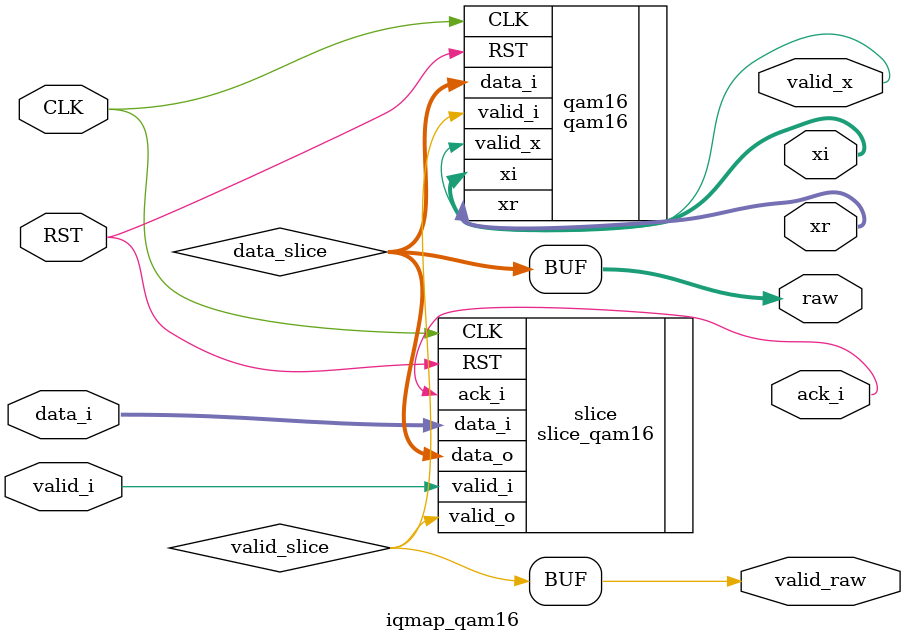
<source format=v>

module iqmap_qam16
  (
   input         CLK,
   input         RST,

   input         valid_i,
   input [31:0]  data_i,
   output        ack_i,

   output [10:0] xr,
   output [10:0] xi,
   output        valid_x,

   output        valid_raw,
   output [3:0]  raw
   );
    
    wire [3:0]   data_slice;
    wire         valid_slice;

    slice_qam16
      slice
        (
         .CLK(CLK),
         .RST(RST),

         .valid_i(valid_i),
         .data_i(data_i),
         .ack_i(ack_i),

         .data_o(data_slice),
         .valid_o(valid_slice)
         );

    assign raw = data_slice;
    assign valid_raw = valid_slice;

    qam16 qam16
      (
       .CLK(CLK),
       .RST(RST),

       .valid_i(valid_slice),
       .data_i(data_slice),

       .valid_x(valid_x),
       .xr(xr),
       .xi(xi));

endmodule

// Local Variables:
// compile-command: "cd ../../verilator/comm/iqmap_qam16; ./runtest.sh"
// End:

</source>
